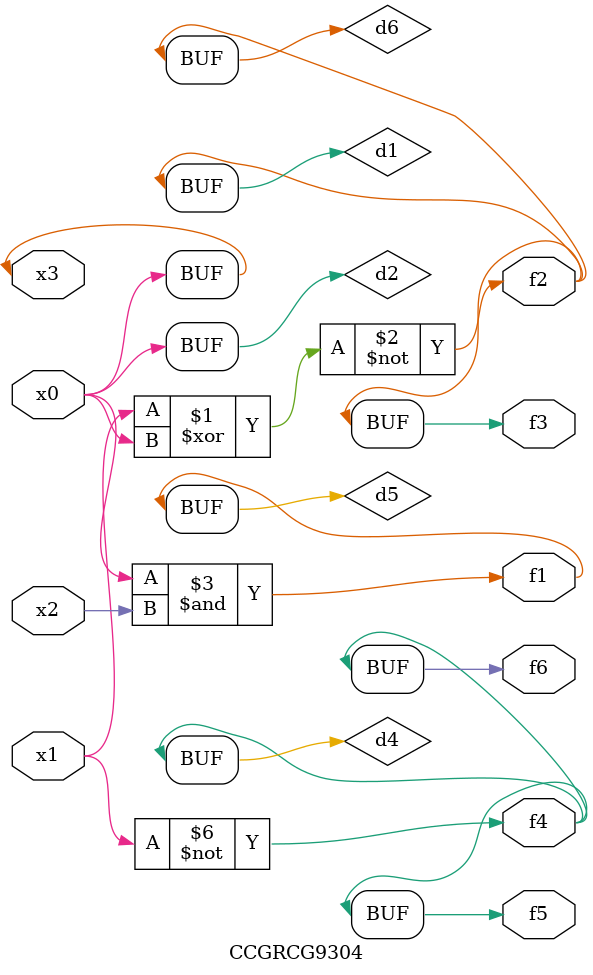
<source format=v>
module CCGRCG9304(
	input x0, x1, x2, x3,
	output f1, f2, f3, f4, f5, f6
);

	wire d1, d2, d3, d4, d5, d6;

	xnor (d1, x1, x3);
	buf (d2, x0, x3);
	nand (d3, x0, x2);
	not (d4, x1);
	nand (d5, d3);
	or (d6, d1);
	assign f1 = d5;
	assign f2 = d6;
	assign f3 = d6;
	assign f4 = d4;
	assign f5 = d4;
	assign f6 = d4;
endmodule

</source>
